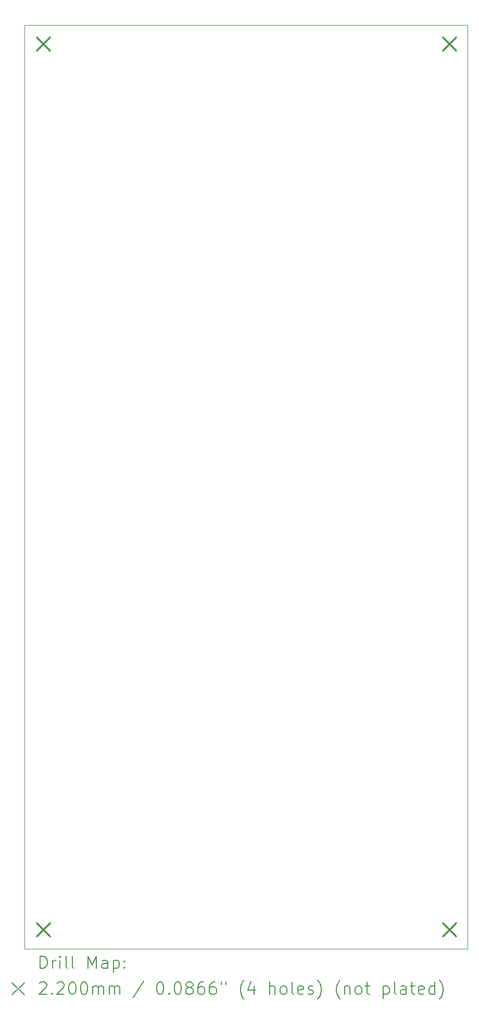
<source format=gbr>
%FSLAX45Y45*%
G04 Gerber Fmt 4.5, Leading zero omitted, Abs format (unit mm)*
G04 Created by KiCad (PCBNEW (6.0.5)) date 2022-07-22 19:18:20*
%MOMM*%
%LPD*%
G01*
G04 APERTURE LIST*
%TA.AperFunction,Profile*%
%ADD10C,0.100000*%
%TD*%
%ADD11C,0.200000*%
%ADD12C,0.220000*%
G04 APERTURE END LIST*
D10*
X5588000Y-2286000D02*
X12788000Y-2286000D01*
X12788000Y-2286000D02*
X12788000Y-17286000D01*
X12788000Y-17286000D02*
X5588000Y-17286000D01*
X5588000Y-17286000D02*
X5588000Y-2286000D01*
D11*
D12*
X5782800Y-2480800D02*
X6002800Y-2700800D01*
X6002800Y-2480800D02*
X5782800Y-2700800D01*
X5782800Y-16857200D02*
X6002800Y-17077200D01*
X6002800Y-16857200D02*
X5782800Y-17077200D01*
X12386800Y-2480800D02*
X12606800Y-2700800D01*
X12606800Y-2480800D02*
X12386800Y-2700800D01*
X12386800Y-16857200D02*
X12606800Y-17077200D01*
X12606800Y-16857200D02*
X12386800Y-17077200D01*
D11*
X5840619Y-17601476D02*
X5840619Y-17401476D01*
X5888238Y-17401476D01*
X5916809Y-17411000D01*
X5935857Y-17430048D01*
X5945381Y-17449095D01*
X5954905Y-17487190D01*
X5954905Y-17515762D01*
X5945381Y-17553857D01*
X5935857Y-17572905D01*
X5916809Y-17591952D01*
X5888238Y-17601476D01*
X5840619Y-17601476D01*
X6040619Y-17601476D02*
X6040619Y-17468143D01*
X6040619Y-17506238D02*
X6050143Y-17487190D01*
X6059667Y-17477667D01*
X6078714Y-17468143D01*
X6097762Y-17468143D01*
X6164428Y-17601476D02*
X6164428Y-17468143D01*
X6164428Y-17401476D02*
X6154905Y-17411000D01*
X6164428Y-17420524D01*
X6173952Y-17411000D01*
X6164428Y-17401476D01*
X6164428Y-17420524D01*
X6288238Y-17601476D02*
X6269190Y-17591952D01*
X6259667Y-17572905D01*
X6259667Y-17401476D01*
X6393000Y-17601476D02*
X6373952Y-17591952D01*
X6364428Y-17572905D01*
X6364428Y-17401476D01*
X6621571Y-17601476D02*
X6621571Y-17401476D01*
X6688238Y-17544333D01*
X6754905Y-17401476D01*
X6754905Y-17601476D01*
X6935857Y-17601476D02*
X6935857Y-17496714D01*
X6926333Y-17477667D01*
X6907286Y-17468143D01*
X6869190Y-17468143D01*
X6850143Y-17477667D01*
X6935857Y-17591952D02*
X6916809Y-17601476D01*
X6869190Y-17601476D01*
X6850143Y-17591952D01*
X6840619Y-17572905D01*
X6840619Y-17553857D01*
X6850143Y-17534810D01*
X6869190Y-17525286D01*
X6916809Y-17525286D01*
X6935857Y-17515762D01*
X7031095Y-17468143D02*
X7031095Y-17668143D01*
X7031095Y-17477667D02*
X7050143Y-17468143D01*
X7088238Y-17468143D01*
X7107286Y-17477667D01*
X7116809Y-17487190D01*
X7126333Y-17506238D01*
X7126333Y-17563381D01*
X7116809Y-17582429D01*
X7107286Y-17591952D01*
X7088238Y-17601476D01*
X7050143Y-17601476D01*
X7031095Y-17591952D01*
X7212048Y-17582429D02*
X7221571Y-17591952D01*
X7212048Y-17601476D01*
X7202524Y-17591952D01*
X7212048Y-17582429D01*
X7212048Y-17601476D01*
X7212048Y-17477667D02*
X7221571Y-17487190D01*
X7212048Y-17496714D01*
X7202524Y-17487190D01*
X7212048Y-17477667D01*
X7212048Y-17496714D01*
X5383000Y-17831000D02*
X5583000Y-18031000D01*
X5583000Y-17831000D02*
X5383000Y-18031000D01*
X5831095Y-17840524D02*
X5840619Y-17831000D01*
X5859667Y-17821476D01*
X5907286Y-17821476D01*
X5926333Y-17831000D01*
X5935857Y-17840524D01*
X5945381Y-17859571D01*
X5945381Y-17878619D01*
X5935857Y-17907190D01*
X5821571Y-18021476D01*
X5945381Y-18021476D01*
X6031095Y-18002429D02*
X6040619Y-18011952D01*
X6031095Y-18021476D01*
X6021571Y-18011952D01*
X6031095Y-18002429D01*
X6031095Y-18021476D01*
X6116809Y-17840524D02*
X6126333Y-17831000D01*
X6145381Y-17821476D01*
X6193000Y-17821476D01*
X6212048Y-17831000D01*
X6221571Y-17840524D01*
X6231095Y-17859571D01*
X6231095Y-17878619D01*
X6221571Y-17907190D01*
X6107286Y-18021476D01*
X6231095Y-18021476D01*
X6354905Y-17821476D02*
X6373952Y-17821476D01*
X6393000Y-17831000D01*
X6402524Y-17840524D01*
X6412048Y-17859571D01*
X6421571Y-17897667D01*
X6421571Y-17945286D01*
X6412048Y-17983381D01*
X6402524Y-18002429D01*
X6393000Y-18011952D01*
X6373952Y-18021476D01*
X6354905Y-18021476D01*
X6335857Y-18011952D01*
X6326333Y-18002429D01*
X6316809Y-17983381D01*
X6307286Y-17945286D01*
X6307286Y-17897667D01*
X6316809Y-17859571D01*
X6326333Y-17840524D01*
X6335857Y-17831000D01*
X6354905Y-17821476D01*
X6545381Y-17821476D02*
X6564428Y-17821476D01*
X6583476Y-17831000D01*
X6593000Y-17840524D01*
X6602524Y-17859571D01*
X6612048Y-17897667D01*
X6612048Y-17945286D01*
X6602524Y-17983381D01*
X6593000Y-18002429D01*
X6583476Y-18011952D01*
X6564428Y-18021476D01*
X6545381Y-18021476D01*
X6526333Y-18011952D01*
X6516809Y-18002429D01*
X6507286Y-17983381D01*
X6497762Y-17945286D01*
X6497762Y-17897667D01*
X6507286Y-17859571D01*
X6516809Y-17840524D01*
X6526333Y-17831000D01*
X6545381Y-17821476D01*
X6697762Y-18021476D02*
X6697762Y-17888143D01*
X6697762Y-17907190D02*
X6707286Y-17897667D01*
X6726333Y-17888143D01*
X6754905Y-17888143D01*
X6773952Y-17897667D01*
X6783476Y-17916714D01*
X6783476Y-18021476D01*
X6783476Y-17916714D02*
X6793000Y-17897667D01*
X6812048Y-17888143D01*
X6840619Y-17888143D01*
X6859667Y-17897667D01*
X6869190Y-17916714D01*
X6869190Y-18021476D01*
X6964428Y-18021476D02*
X6964428Y-17888143D01*
X6964428Y-17907190D02*
X6973952Y-17897667D01*
X6993000Y-17888143D01*
X7021571Y-17888143D01*
X7040619Y-17897667D01*
X7050143Y-17916714D01*
X7050143Y-18021476D01*
X7050143Y-17916714D02*
X7059667Y-17897667D01*
X7078714Y-17888143D01*
X7107286Y-17888143D01*
X7126333Y-17897667D01*
X7135857Y-17916714D01*
X7135857Y-18021476D01*
X7526333Y-17811952D02*
X7354905Y-18069095D01*
X7783476Y-17821476D02*
X7802524Y-17821476D01*
X7821571Y-17831000D01*
X7831095Y-17840524D01*
X7840619Y-17859571D01*
X7850143Y-17897667D01*
X7850143Y-17945286D01*
X7840619Y-17983381D01*
X7831095Y-18002429D01*
X7821571Y-18011952D01*
X7802524Y-18021476D01*
X7783476Y-18021476D01*
X7764428Y-18011952D01*
X7754905Y-18002429D01*
X7745381Y-17983381D01*
X7735857Y-17945286D01*
X7735857Y-17897667D01*
X7745381Y-17859571D01*
X7754905Y-17840524D01*
X7764428Y-17831000D01*
X7783476Y-17821476D01*
X7935857Y-18002429D02*
X7945381Y-18011952D01*
X7935857Y-18021476D01*
X7926333Y-18011952D01*
X7935857Y-18002429D01*
X7935857Y-18021476D01*
X8069190Y-17821476D02*
X8088238Y-17821476D01*
X8107286Y-17831000D01*
X8116809Y-17840524D01*
X8126333Y-17859571D01*
X8135857Y-17897667D01*
X8135857Y-17945286D01*
X8126333Y-17983381D01*
X8116809Y-18002429D01*
X8107286Y-18011952D01*
X8088238Y-18021476D01*
X8069190Y-18021476D01*
X8050143Y-18011952D01*
X8040619Y-18002429D01*
X8031095Y-17983381D01*
X8021571Y-17945286D01*
X8021571Y-17897667D01*
X8031095Y-17859571D01*
X8040619Y-17840524D01*
X8050143Y-17831000D01*
X8069190Y-17821476D01*
X8250143Y-17907190D02*
X8231095Y-17897667D01*
X8221571Y-17888143D01*
X8212048Y-17869095D01*
X8212048Y-17859571D01*
X8221571Y-17840524D01*
X8231095Y-17831000D01*
X8250143Y-17821476D01*
X8288238Y-17821476D01*
X8307286Y-17831000D01*
X8316809Y-17840524D01*
X8326333Y-17859571D01*
X8326333Y-17869095D01*
X8316809Y-17888143D01*
X8307286Y-17897667D01*
X8288238Y-17907190D01*
X8250143Y-17907190D01*
X8231095Y-17916714D01*
X8221571Y-17926238D01*
X8212048Y-17945286D01*
X8212048Y-17983381D01*
X8221571Y-18002429D01*
X8231095Y-18011952D01*
X8250143Y-18021476D01*
X8288238Y-18021476D01*
X8307286Y-18011952D01*
X8316809Y-18002429D01*
X8326333Y-17983381D01*
X8326333Y-17945286D01*
X8316809Y-17926238D01*
X8307286Y-17916714D01*
X8288238Y-17907190D01*
X8497762Y-17821476D02*
X8459667Y-17821476D01*
X8440619Y-17831000D01*
X8431095Y-17840524D01*
X8412048Y-17869095D01*
X8402524Y-17907190D01*
X8402524Y-17983381D01*
X8412048Y-18002429D01*
X8421571Y-18011952D01*
X8440619Y-18021476D01*
X8478714Y-18021476D01*
X8497762Y-18011952D01*
X8507286Y-18002429D01*
X8516810Y-17983381D01*
X8516810Y-17935762D01*
X8507286Y-17916714D01*
X8497762Y-17907190D01*
X8478714Y-17897667D01*
X8440619Y-17897667D01*
X8421571Y-17907190D01*
X8412048Y-17916714D01*
X8402524Y-17935762D01*
X8688238Y-17821476D02*
X8650143Y-17821476D01*
X8631095Y-17831000D01*
X8621571Y-17840524D01*
X8602524Y-17869095D01*
X8593000Y-17907190D01*
X8593000Y-17983381D01*
X8602524Y-18002429D01*
X8612048Y-18011952D01*
X8631095Y-18021476D01*
X8669190Y-18021476D01*
X8688238Y-18011952D01*
X8697762Y-18002429D01*
X8707286Y-17983381D01*
X8707286Y-17935762D01*
X8697762Y-17916714D01*
X8688238Y-17907190D01*
X8669190Y-17897667D01*
X8631095Y-17897667D01*
X8612048Y-17907190D01*
X8602524Y-17916714D01*
X8593000Y-17935762D01*
X8783476Y-17821476D02*
X8783476Y-17859571D01*
X8859667Y-17821476D02*
X8859667Y-17859571D01*
X9154905Y-18097667D02*
X9145381Y-18088143D01*
X9126333Y-18059571D01*
X9116810Y-18040524D01*
X9107286Y-18011952D01*
X9097762Y-17964333D01*
X9097762Y-17926238D01*
X9107286Y-17878619D01*
X9116810Y-17850048D01*
X9126333Y-17831000D01*
X9145381Y-17802429D01*
X9154905Y-17792905D01*
X9316810Y-17888143D02*
X9316810Y-18021476D01*
X9269190Y-17811952D02*
X9221571Y-17954810D01*
X9345381Y-17954810D01*
X9573952Y-18021476D02*
X9573952Y-17821476D01*
X9659667Y-18021476D02*
X9659667Y-17916714D01*
X9650143Y-17897667D01*
X9631095Y-17888143D01*
X9602524Y-17888143D01*
X9583476Y-17897667D01*
X9573952Y-17907190D01*
X9783476Y-18021476D02*
X9764429Y-18011952D01*
X9754905Y-18002429D01*
X9745381Y-17983381D01*
X9745381Y-17926238D01*
X9754905Y-17907190D01*
X9764429Y-17897667D01*
X9783476Y-17888143D01*
X9812048Y-17888143D01*
X9831095Y-17897667D01*
X9840619Y-17907190D01*
X9850143Y-17926238D01*
X9850143Y-17983381D01*
X9840619Y-18002429D01*
X9831095Y-18011952D01*
X9812048Y-18021476D01*
X9783476Y-18021476D01*
X9964429Y-18021476D02*
X9945381Y-18011952D01*
X9935857Y-17992905D01*
X9935857Y-17821476D01*
X10116810Y-18011952D02*
X10097762Y-18021476D01*
X10059667Y-18021476D01*
X10040619Y-18011952D01*
X10031095Y-17992905D01*
X10031095Y-17916714D01*
X10040619Y-17897667D01*
X10059667Y-17888143D01*
X10097762Y-17888143D01*
X10116810Y-17897667D01*
X10126333Y-17916714D01*
X10126333Y-17935762D01*
X10031095Y-17954810D01*
X10202524Y-18011952D02*
X10221571Y-18021476D01*
X10259667Y-18021476D01*
X10278714Y-18011952D01*
X10288238Y-17992905D01*
X10288238Y-17983381D01*
X10278714Y-17964333D01*
X10259667Y-17954810D01*
X10231095Y-17954810D01*
X10212048Y-17945286D01*
X10202524Y-17926238D01*
X10202524Y-17916714D01*
X10212048Y-17897667D01*
X10231095Y-17888143D01*
X10259667Y-17888143D01*
X10278714Y-17897667D01*
X10354905Y-18097667D02*
X10364429Y-18088143D01*
X10383476Y-18059571D01*
X10393000Y-18040524D01*
X10402524Y-18011952D01*
X10412048Y-17964333D01*
X10412048Y-17926238D01*
X10402524Y-17878619D01*
X10393000Y-17850048D01*
X10383476Y-17831000D01*
X10364429Y-17802429D01*
X10354905Y-17792905D01*
X10716810Y-18097667D02*
X10707286Y-18088143D01*
X10688238Y-18059571D01*
X10678714Y-18040524D01*
X10669190Y-18011952D01*
X10659667Y-17964333D01*
X10659667Y-17926238D01*
X10669190Y-17878619D01*
X10678714Y-17850048D01*
X10688238Y-17831000D01*
X10707286Y-17802429D01*
X10716810Y-17792905D01*
X10793000Y-17888143D02*
X10793000Y-18021476D01*
X10793000Y-17907190D02*
X10802524Y-17897667D01*
X10821571Y-17888143D01*
X10850143Y-17888143D01*
X10869190Y-17897667D01*
X10878714Y-17916714D01*
X10878714Y-18021476D01*
X11002524Y-18021476D02*
X10983476Y-18011952D01*
X10973952Y-18002429D01*
X10964429Y-17983381D01*
X10964429Y-17926238D01*
X10973952Y-17907190D01*
X10983476Y-17897667D01*
X11002524Y-17888143D01*
X11031095Y-17888143D01*
X11050143Y-17897667D01*
X11059667Y-17907190D01*
X11069190Y-17926238D01*
X11069190Y-17983381D01*
X11059667Y-18002429D01*
X11050143Y-18011952D01*
X11031095Y-18021476D01*
X11002524Y-18021476D01*
X11126333Y-17888143D02*
X11202524Y-17888143D01*
X11154905Y-17821476D02*
X11154905Y-17992905D01*
X11164429Y-18011952D01*
X11183476Y-18021476D01*
X11202524Y-18021476D01*
X11421571Y-17888143D02*
X11421571Y-18088143D01*
X11421571Y-17897667D02*
X11440619Y-17888143D01*
X11478714Y-17888143D01*
X11497762Y-17897667D01*
X11507286Y-17907190D01*
X11516809Y-17926238D01*
X11516809Y-17983381D01*
X11507286Y-18002429D01*
X11497762Y-18011952D01*
X11478714Y-18021476D01*
X11440619Y-18021476D01*
X11421571Y-18011952D01*
X11631095Y-18021476D02*
X11612048Y-18011952D01*
X11602524Y-17992905D01*
X11602524Y-17821476D01*
X11793000Y-18021476D02*
X11793000Y-17916714D01*
X11783476Y-17897667D01*
X11764428Y-17888143D01*
X11726333Y-17888143D01*
X11707286Y-17897667D01*
X11793000Y-18011952D02*
X11773952Y-18021476D01*
X11726333Y-18021476D01*
X11707286Y-18011952D01*
X11697762Y-17992905D01*
X11697762Y-17973857D01*
X11707286Y-17954810D01*
X11726333Y-17945286D01*
X11773952Y-17945286D01*
X11793000Y-17935762D01*
X11859667Y-17888143D02*
X11935857Y-17888143D01*
X11888238Y-17821476D02*
X11888238Y-17992905D01*
X11897762Y-18011952D01*
X11916809Y-18021476D01*
X11935857Y-18021476D01*
X12078714Y-18011952D02*
X12059667Y-18021476D01*
X12021571Y-18021476D01*
X12002524Y-18011952D01*
X11993000Y-17992905D01*
X11993000Y-17916714D01*
X12002524Y-17897667D01*
X12021571Y-17888143D01*
X12059667Y-17888143D01*
X12078714Y-17897667D01*
X12088238Y-17916714D01*
X12088238Y-17935762D01*
X11993000Y-17954810D01*
X12259667Y-18021476D02*
X12259667Y-17821476D01*
X12259667Y-18011952D02*
X12240619Y-18021476D01*
X12202524Y-18021476D01*
X12183476Y-18011952D01*
X12173952Y-18002429D01*
X12164428Y-17983381D01*
X12164428Y-17926238D01*
X12173952Y-17907190D01*
X12183476Y-17897667D01*
X12202524Y-17888143D01*
X12240619Y-17888143D01*
X12259667Y-17897667D01*
X12335857Y-18097667D02*
X12345381Y-18088143D01*
X12364428Y-18059571D01*
X12373952Y-18040524D01*
X12383476Y-18011952D01*
X12393000Y-17964333D01*
X12393000Y-17926238D01*
X12383476Y-17878619D01*
X12373952Y-17850048D01*
X12364428Y-17831000D01*
X12345381Y-17802429D01*
X12335857Y-17792905D01*
M02*

</source>
